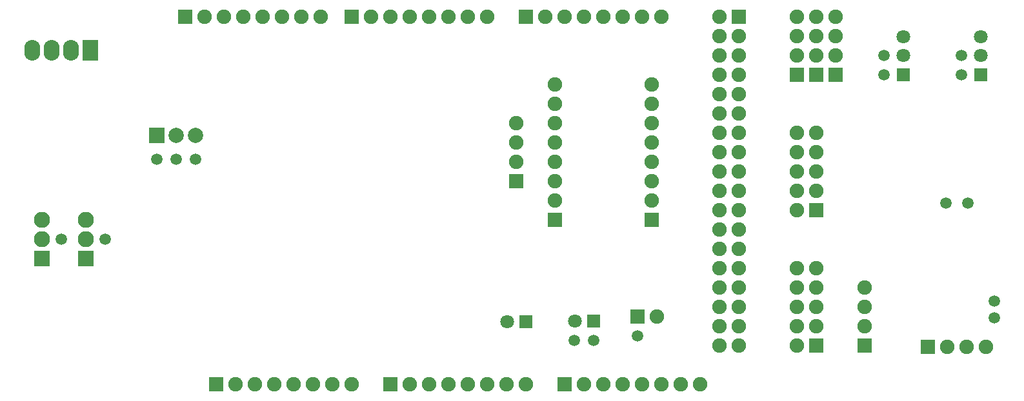
<source format=gbr>
G04 DipTrace 2.4.0.2*
%INBottomMask.gbr*%
%MOIN*%
%ADD39R,0.0709X0.0709*%
%ADD40C,0.0709*%
%ADD49R,0.0748X0.0748*%
%ADD50C,0.0748*%
%ADD52C,0.0591*%
%ADD71C,0.0828*%
%ADD72R,0.0828X0.0828*%
%ADD79O,0.0828X0.1064*%
%ADD81R,0.0828X0.1064*%
%ADD85C,0.0789*%
%ADD86R,0.0789X0.0789*%
%FSLAX44Y44*%
G04*
G70*
G90*
G75*
G01*
%LNBotMask*%
%LPD*%
D49*
X11000Y1000D3*
D50*
X12000D3*
X13000D3*
X14000D3*
X15000D3*
X16000D3*
X17000D3*
X18000D3*
D49*
X9400Y20000D3*
D50*
X10400D3*
X11400D3*
X12400D3*
X13400D3*
X14400D3*
X15400D3*
X16400D3*
D49*
X38000D3*
D50*
X37000D3*
X38000Y19000D3*
X37000D3*
X38000Y18000D3*
X37000D3*
X38000Y17000D3*
X37000D3*
X38000Y16000D3*
X37000D3*
X38000Y15000D3*
X37000D3*
X38000Y14000D3*
X37000D3*
X38000Y13000D3*
X37000D3*
X38000Y12000D3*
X37000D3*
X38000Y11000D3*
X37000D3*
X38000Y10000D3*
X37000D3*
X38000Y9000D3*
X37000D3*
X38000Y8000D3*
X37000D3*
X38000Y7000D3*
X37000D3*
X38000Y6000D3*
X37000D3*
X38000Y5000D3*
X37000D3*
X38000Y4000D3*
X37000D3*
X38000Y3000D3*
X37000D3*
D49*
X20000Y1000D3*
D50*
X21000D3*
X22000D3*
X23000D3*
X24000D3*
X25000D3*
X26000D3*
X27000D3*
D49*
X18000Y20000D3*
D50*
X19000D3*
X20000D3*
X21000D3*
X22000D3*
X23000D3*
X24000D3*
X25000D3*
D49*
X42000Y10000D3*
D50*
X41000D3*
X42000Y11000D3*
X41000D3*
X42000Y12000D3*
X41000D3*
X42000Y13000D3*
X41000D3*
X42000Y14000D3*
X41000D3*
D49*
X29000Y1000D3*
D50*
X30000D3*
X31000D3*
X32000D3*
X33000D3*
X34000D3*
X35000D3*
X36000D3*
D49*
X27000Y20000D3*
D50*
X28000D3*
X29000D3*
X30000D3*
X31000D3*
X32000D3*
X33000D3*
X34000D3*
D49*
X42000Y3000D3*
D50*
X41000D3*
X42000Y4000D3*
X41000D3*
X42000Y5000D3*
X41000D3*
X42000Y6000D3*
X41000D3*
X42000Y7000D3*
X41000D3*
D49*
X44500Y3000D3*
D50*
Y4000D3*
Y5000D3*
Y6000D3*
D49*
X41000Y17000D3*
D50*
Y18000D3*
Y19000D3*
Y20000D3*
D49*
X42000Y17000D3*
D50*
Y18000D3*
Y19000D3*
Y20000D3*
D49*
X43000Y17000D3*
D50*
Y18000D3*
Y19000D3*
Y20000D3*
D86*
X7937Y13875D3*
D85*
X8937D3*
X9937D3*
D39*
X46500Y17000D3*
D40*
Y17984D3*
Y18969D3*
D39*
X50500Y17000D3*
D40*
Y17984D3*
Y18969D3*
D49*
X47750Y2937D3*
D50*
X48750D3*
X49750D3*
X50750D3*
D49*
X26500Y11500D3*
D50*
Y12500D3*
Y13500D3*
Y14500D3*
D49*
X33500Y9500D3*
D50*
Y10500D3*
Y11500D3*
Y12500D3*
Y13500D3*
Y14500D3*
Y15500D3*
Y16500D3*
D49*
X28500Y9500D3*
D50*
Y10500D3*
Y11500D3*
Y12500D3*
Y13500D3*
Y14500D3*
Y15500D3*
Y16500D3*
D39*
X26995Y4243D3*
D40*
X26011D3*
D39*
X30500Y4250D3*
D40*
X29516D3*
D81*
X4500Y18250D3*
D79*
X3500D3*
X2500D3*
X1500D3*
D49*
X32750Y4500D3*
D50*
X33750D3*
D72*
X2000Y7500D3*
D71*
Y8500D3*
Y9500D3*
D72*
X4250Y7500D3*
D71*
Y8500D3*
Y9500D3*
D52*
X7937Y12625D3*
X8937D3*
X9937D3*
X51187Y5312D3*
X45500Y17000D3*
Y18000D3*
X51187Y4437D3*
X49500Y17000D3*
Y18000D3*
X48687Y10375D3*
X49812D3*
X30500Y3250D3*
X29500D3*
X3000Y8500D3*
X5250D3*
X32750Y3500D3*
M02*

</source>
